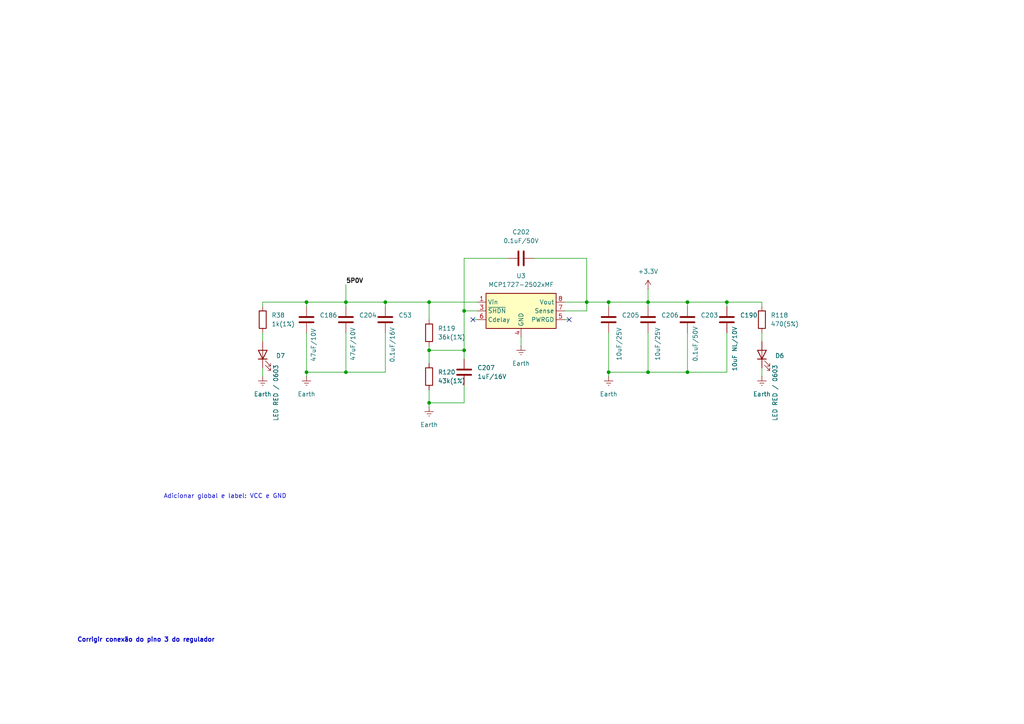
<source format=kicad_sch>
(kicad_sch (version 20231120) (generator "eeschema") (generator_version "8.0")
  (paper "A4")
  (title_block (title "FPGA - SmartFusion2") (company "IFSP - SBV, IFSP - GRU") (comment 2 "WILLIAN BUENO SANTOS") (comment 3 "ISRAEL RODRIGUES") (comment 4 "ADRIANO CÉSAR DE SOUSA PEREIRA"))
  (lib_symbols
    (symbol "Device:C" (pin_numbers hide) (pin_names (offset 0.254))
      (property "Reference" "C" (at 0.635 2.54 0))
      (property "Value" "C" (at 0.635 -2.54 0))
      (symbol "C_0_1"
        (polyline (pts (xy -2.032 -0.762) (xy 2.032 -0.762)) (stroke (width 0.508)))
        (polyline (pts (xy -2.032 0.762) (xy 2.032 0.762)) (stroke (width 0.508)))
      )
      (symbol "C_1_1"
        (pin passive line (at 0 3.81 270) (length 2.794) (name "~") (number "1"))
        (pin passive line (at 0 -3.81 90) (length 2.794) (name "~") (number "2"))
      )
    )
    (symbol "Device:LED" (pin_numbers hide) (pin_names (offset 1.016) hide)
      (property "Reference" "D" (at 0 2.54 0))
      (property "Value" "LED" (at 0 -2.54 0))
      (symbol "LED_0_1"
        (polyline (pts (xy -1.27 -1.27) (xy -1.27 1.27)) (stroke (width 0.254)))
        (polyline (pts (xy -1.27 0) (xy 1.27 0)))
        (polyline (pts (xy 1.27 -1.27) (xy 1.27 1.27) (xy -1.27 0) (xy 1.27 -1.27)) (stroke (width 0.254)))
        (polyline (pts (xy -3.048 -0.762) (xy -4.572 -2.286) (xy -3.81 -2.286) (xy -4.572 -2.286) (xy -4.572 -1.524)))
        (polyline (pts (xy -1.778 -0.762) (xy -3.302 -2.286) (xy -2.54 -2.286) (xy -3.302 -2.286) (xy -3.302 -1.524)))
      )
      (symbol "LED_1_1"
        (pin passive line (at -3.81 0 0) (length 2.54) (name "K") (number "1"))
        (pin passive line (at 3.81 0 180) (length 2.54) (name "A") (number "2"))
      )
    )
    (symbol "Device:R" (pin_numbers hide) (pin_names (offset 0))
      (property "Reference" "R" (at 2.032 0 90))
      (property "Value" "R" (at 0 0 90))
      (symbol "R_0_1"
        (rectangle (start -1.016 -2.54) (end 1.016 2.54) (stroke (width 0.254)))
      )
      (symbol "R_1_1"
        (pin passive line (at 0 3.81 270) (length 1.27) (name "~") (number "1"))
        (pin passive line (at 0 -3.81 90) (length 1.27) (name "~") (number "2"))
      )
    )
    (symbol "Regulator_Linear:MCP1727-2502xMF"
      (property "Reference" "U" (at -7.62 8.89 0))
      (property "Value" "MCP1727-2502xMF" (at 11.43 8.89 0))
      (symbol "MCP1727-2502xMF_0_0"
        (pin open_collector line (at 12.7 -2.54 180) (length 2.54) (name "PWRGD") (number "5"))
        (pin input line (at -12.7 -2.54 0) (length 2.54) (name "Cdelay") (number "6"))
        (pin input line (at 12.7 0 180) (length 2.54) (name "Sense") (number "7"))
        (pin power_out line (at 12.7 2.54 180) (length 2.54) (name "Vout") (number "8"))
      )
      (symbol "MCP1727-2502xMF_0_1"
        (rectangle (start -10.16 5.08) (end 10.16 -5.08) (stroke (width 0.254)) (fill (type background)))
      )
      (symbol "MCP1727-2502xMF_1_1"
        (pin power_in line (at -12.7 2.54 0) (length 2.54) (name "Vin") (number "1"))
        (pin passive line (at -12.7 2.54 0) (length 2.54) hide (name "Vin") (number "2"))
        (pin input line (at -12.7 0 0) (length 2.54) (name "~{SHDN}") (number "3"))
        (pin power_in line (at 0 -7.62 90) (length 2.54) (name "GND") (number "4"))
        (pin passive line (at 0 -7.62 90) (length 2.54) hide (name "GND") (number "9"))
      )
    )
    (symbol "power:+3.3V" (power) (pin_numbers hide) (pin_names (offset 0) hide)
      (property "Value" "+3.3V" (at 0 3.556 0))
      (symbol "+3.3V_0_1"
        (polyline (pts (xy -0.762 1.27) (xy 0 2.54)))
        (polyline (pts (xy 0 0) (xy 0 2.54)))
        (polyline (pts (xy 0 2.54) (xy 0.762 1.27)))
      )
      (symbol "+3.3V_1_1"
        (pin power_in line (at 0 0 90) (length 0) (name "~") (number "1"))
      )
    )
    (symbol "power:Earth" (power) (pin_numbers hide) (pin_names (offset 0) hide)
      (property "Value" "Earth" (at 0 -3.81 0))
      (symbol "Earth_0_1"
        (polyline (pts (xy -0.635 -1.905) (xy 0.635 -1.905)))
        (polyline (pts (xy -0.127 -2.54) (xy 0.127 -2.54)))
        (polyline (pts (xy 0 -1.27) (xy 0 0)))
        (polyline (pts (xy 1.27 -1.27) (xy -1.27 -1.27)))
      )
      (symbol "Earth_1_1"
        (pin power_in line (at 0 0 270) (length 0) (name "~") (number "1"))
      )
    )
  )
  (junction (at 199.39 107.95))
  (junction (at 176.53 87.63))
  (junction (at 124.46 116.84))
  (junction (at 88.9 107.95))
  (junction (at 176.53 107.95))
  (junction (at 170.18 87.63))
  (junction (at 88.9 87.63))
  (junction (at 187.96 107.95))
  (junction (at 187.96 87.63))
  (junction (at 134.62 101.6))
  (junction (at 210.82 87.63))
  (junction (at 100.33 87.63))
  (junction (at 199.39 87.63))
  (junction (at 124.46 87.63))
  (junction (at 124.46 101.6))
  (junction (at 100.33 107.95))
  (junction (at 134.62 90.17))
  (junction (at 111.76 87.63))
  (no_connect (at 137.16 92.71))
  (no_connect (at 165.1 92.71))
  (wire (pts (xy 111.76 96.52) (xy 111.76 107.95)))
  (wire (pts (xy 111.76 88.9) (xy 111.76 87.63)))
  (wire (pts (xy 147.32 74.93) (xy 134.62 74.93)))
  (wire (pts (xy 199.39 96.52) (xy 199.39 107.95)))
  (wire (pts (xy 111.76 87.63) (xy 100.33 87.63)))
  (wire (pts (xy 111.76 87.63) (xy 124.46 87.63)))
  (wire (pts (xy 210.82 96.52) (xy 210.82 107.95)))
  (wire (pts (xy 163.83 90.17) (xy 170.18 90.17)))
  (wire (pts (xy 134.62 116.84) (xy 124.46 116.84)))
  (wire (pts (xy 134.62 101.6) (xy 134.62 104.14)))
  (wire (pts (xy 134.62 90.17) (xy 134.62 101.6)))
  (wire (pts (xy 154.94 74.93) (xy 170.18 74.93)))
  (wire (pts (xy 76.2 87.63) (xy 88.9 87.63)))
  (wire (pts (xy 170.18 87.63) (xy 163.83 87.63)))
  (wire (pts (xy 124.46 113.03) (xy 124.46 116.84)))
  (wire (pts (xy 111.76 107.95) (xy 100.33 107.95)))
  (wire (pts (xy 210.82 107.95) (xy 199.39 107.95)))
  (wire (pts (xy 176.53 88.9) (xy 176.53 87.63)))
  (wire (pts (xy 88.9 87.63) (xy 88.9 88.9)))
  (wire (pts (xy 88.9 96.52) (xy 88.9 107.95)))
  (wire (pts (xy 134.62 74.93) (xy 134.62 90.17)))
  (wire (pts (xy 124.46 87.63) (xy 124.46 92.71)))
  (wire (pts (xy 220.98 87.63) (xy 210.82 87.63)))
  (wire (pts (xy 187.96 96.52) (xy 187.96 107.95)))
  (wire (pts (xy 76.2 96.52) (xy 76.2 99.06)))
  (wire (pts (xy 76.2 88.9) (xy 76.2 87.63)))
  (wire (pts (xy 199.39 87.63) (xy 210.82 87.63)))
  (wire (pts (xy 187.96 83.82) (xy 187.96 87.63)))
  (wire (pts (xy 138.43 87.63) (xy 124.46 87.63)))
  (wire (pts (xy 170.18 74.93) (xy 170.18 87.63)))
  (wire (pts (xy 100.33 82.55) (xy 100.33 87.63)))
  (wire (pts (xy 220.98 96.52) (xy 220.98 99.06)))
  (wire (pts (xy 176.53 107.95) (xy 176.53 109.22)))
  (wire (pts (xy 88.9 107.95) (xy 88.9 109.22)))
  (wire (pts (xy 137.16 92.71) (xy 138.43 92.71)))
  (wire (pts (xy 220.98 88.9) (xy 220.98 87.63)))
  (wire (pts (xy 187.96 87.63) (xy 199.39 87.63)))
  (wire (pts (xy 100.33 88.9) (xy 100.33 87.63)))
  (wire (pts (xy 76.2 106.68) (xy 76.2 109.22)))
  (wire (pts (xy 100.33 96.52) (xy 100.33 107.95)))
  (wire (pts (xy 199.39 107.95) (xy 187.96 107.95)))
  (wire (pts (xy 124.46 105.41) (xy 124.46 101.6)))
  (wire (pts (xy 138.43 90.17) (xy 134.62 90.17)))
  (wire (pts (xy 187.96 88.9) (xy 187.96 87.63)))
  (wire (pts (xy 176.53 87.63) (xy 187.96 87.63)))
  (wire (pts (xy 170.18 87.63) (xy 176.53 87.63)))
  (wire (pts (xy 210.82 88.9) (xy 210.82 87.63)))
  (wire (pts (xy 199.39 88.9) (xy 199.39 87.63)))
  (wire (pts (xy 176.53 96.52) (xy 176.53 107.95)))
  (wire (pts (xy 100.33 107.95) (xy 88.9 107.95)))
  (wire (pts (xy 134.62 111.76) (xy 134.62 116.84)))
  (wire (pts (xy 151.13 97.79) (xy 151.13 100.33)))
  (wire (pts (xy 220.98 106.68) (xy 220.98 109.22)))
  (wire (pts (xy 170.18 90.17) (xy 170.18 87.63)))
  (wire (pts (xy 124.46 101.6) (xy 134.62 101.6)))
  (wire (pts (xy 124.46 116.84) (xy 124.46 118.11)))
  (wire (pts (xy 163.83 92.71) (xy 165.1 92.71)))
  (wire (pts (xy 124.46 100.33) (xy 124.46 101.6)))
  (wire (pts (xy 187.96 107.95) (xy 176.53 107.95)))
  (wire (pts (xy 100.33 87.63) (xy 88.9 87.63)))
  (text "Corrigir conexão do pino 3 do regulador" (at 22.352 185.674 0) (effects (font (size 1.27 1.27) (thickness 0.254) (bold yes)) (justify left)))
  (text "Adicionar global e label: VCC e GND" (at 65.278 144.018 0) (effects (font (size 1.27 1.27))))
  (label "5P0V" (at 100.33 82.55 0) (effects (font (bold yes))))
  (symbol (lib_id "power:Earth") (at 220.98 109.22 0) (unit 1)
    (property "Reference" "#PWR06" (effects (hide yes)))
    (property "Value" "Earth" (at 220.98 114.3 0))
    (property "Description" "Power symbol creates a global label with name \"Earth\"" (effects (hide yes)))
  )
  (symbol (lib_id "Device:C") (at 187.96 92.71 0) (unit 1)
    (property "Reference" "C206" (at 191.77 91.4399 0) (effects (justify left)))
    (property "Value" "10uF/25V" (at 190.754 104.648 90) (effects (justify left)))
    (property "Footprint" "Capacitor_SMD:C_0805_2012Metric" (effects (hide yes)))
    (property "Description" "Unpolarized capacitor" (effects (hide yes)))
  )
  (symbol (lib_id "power:Earth") (at 76.2 109.22 0) (unit 1)
    (property "Reference" "#PWR01" (effects (hide yes)))
    (property "Value" "Earth" (at 76.2 114.3 0))
    (property "Description" "Power symbol creates a global label with name \"Earth\"" (effects (hide yes)))
  )
  (symbol (lib_id "power:+3.3V") (at 187.96 83.82 0) (unit 1)
    (property "Reference" "#PWR019" (effects (hide yes)))
    (property "Value" "+3.3V" (at 187.96 78.74 0))
    (property "Description" "Power symbol creates a global label with name \"+3.3V\"" (effects (hide yes)))
  )
  (symbol (lib_id "power:Earth") (at 176.53 109.22 0) (unit 1)
    (property "Reference" "#PWR04" (effects (hide yes)))
    (property "Value" "Earth" (at 176.53 114.3 0))
    (property "Description" "Power symbol creates a global label with name \"Earth\"" (effects (hide yes)))
  )
  (symbol (lib_id "Device:C") (at 210.82 92.71 0) (unit 1)
    (property "Reference" "C190" (at 214.63 91.4399 0) (effects (justify left)))
    (property "Value" "10uF NL/10V" (at 213.106 107.696 90) (effects (justify left)))
    (property "Footprint" "Capacitor_SMD:C_0805_2012Metric" (effects (hide yes)))
    (property "Description" "Unpolarized capacitor" (effects (hide yes)))
  )
  (symbol (lib_id "Regulator_Linear:MCP1727-2502xMF") (at 151.13 90.17 0) (unit 1)
    (property "Reference" "U3" (at 151.13 80.01 0))
    (property "Value" "MCP1727-2502xMF" (at 151.13 82.55 0))
    (property "Footprint" "Package_DFN_QFN:DFN-8-1EP_3x3mm_P0.65mm_EP1.55x2.4mm" (effects (hide yes)))
    (property "Datasheet" "https://ww1.microchip.com/downloads/aemtest/APID/ProductDocuments/DataSheets/MCP1727-1.5A-Low-Voltage-Low-Quiescent-Current-LDO-Regulator-20001999D.pdf" (effects (hide yes)))
    (property "Description" "1.5A, Low Voltage, Low Quiescent Current LDO Regulator, 2.3 - 6V Input, Fixed 2.5V Output, 330mV Dropout, DFN-8" (effects (hide yes)))
  )
  (symbol (lib_id "Device:C") (at 134.62 107.95 0) (unit 1)
    (property "Reference" "C207" (at 138.43 106.6799 0) (effects (justify left)))
    (property "Value" "1uF/16V" (at 138.43 109.2199 0) (effects (justify left)))
    (property "Footprint" "Capacitor_SMD:C_0603_1608Metric" (effects (hide yes)))
    (property "Description" "Unpolarized capacitor" (effects (hide yes)))
  )
  (symbol (lib_id "Device:C") (at 151.13 74.93 90) (unit 1)
    (property "Reference" "C202" (at 151.13 67.31 90))
    (property "Value" "0.1uF/50V" (at 151.13 69.85 90))
    (property "Footprint" "Capacitor_SMD:C_0603_1608Metric" (effects (hide yes)))
    (property "Description" "Unpolarized capacitor" (effects (hide yes)))
  )
  (symbol (lib_id "Device:R") (at 76.2 92.71 0) (unit 1)
    (property "Reference" "R38" (at 78.74 91.4399 0) (effects (justify left)))
    (property "Value" "1k(1%)" (at 78.74 93.9799 0) (effects (justify left)))
    (property "Footprint" "Resistor_SMD:R_0402_1005Metric" (effects (hide yes)))
    (property "Description" "Resistor" (effects (hide yes)))
  )
  (symbol (lib_id "power:Earth") (at 88.9 109.22 0) (unit 1)
    (property "Reference" "#PWR02" (effects (hide yes)))
    (property "Value" "Earth" (at 88.9 114.3 0))
    (property "Description" "Power symbol creates a global label with name \"Earth\"" (effects (hide yes)))
  )
  (symbol (lib_id "Device:C") (at 88.9 92.71 0) (unit 1)
    (property "Reference" "C186" (at 92.71 91.4399 0) (effects (justify left)))
    (property "Value" "47uF/10V" (at 90.932 104.902 90) (effects (justify left)))
    (property "Footprint" "Capacitor_SMD:C_0805_2012Metric" (effects (hide yes)))
    (property "Description" "Unpolarized capacitor" (effects (hide yes)))
  )
  (symbol (lib_id "Device:R") (at 124.46 96.52 0) (unit 1)
    (property "Reference" "R119" (at 127 95.2499 0) (effects (justify left)))
    (property "Value" "36k(1%)" (at 127 97.7899 0) (effects (justify left)))
    (property "Footprint" "Resistor_SMD:R_0603_1608Metric" (effects (hide yes)))
    (property "Description" "Resistor" (effects (hide yes)))
  )
  (symbol (lib_id "Device:C") (at 111.76 92.71 0) (unit 1)
    (property "Reference" "C53" (at 115.57 91.4399 0) (effects (justify left)))
    (property "Value" "0.1uF/16V" (at 113.792 105.156 90) (effects (justify left)))
    (property "Footprint" "Capacitor_SMD:C_0402_1005Metric" (effects (hide yes)))
    (property "Description" "Unpolarized capacitor" (effects (hide yes)))
  )
  (symbol (lib_id "Device:C") (at 199.39 92.71 0) (unit 1)
    (property "Reference" "C203" (at 203.2 91.4399 0) (effects (justify left)))
    (property "Value" "0.1uF/50V" (at 201.676 104.902 90) (effects (justify left)))
    (property "Footprint" "Capacitor_SMD:C_0603_1608Metric" (effects (hide yes)))
    (property "Description" "Unpolarized capacitor" (effects (hide yes)))
  )
  (symbol (lib_id "Device:LED") (at 76.2 102.87 90) (unit 1)
    (property "Reference" "D7" (at 80.01 103.1874 90) (effects (justify right)))
    (property "Value" "LED RED / 0603" (at 80.01 105.7274 0) (effects (justify right)))
    (property "Footprint" "LED_SMD:LED_0603_1608Metric" (effects (hide yes)))
    (property "Datasheet" "https://look.ams-osram.com/m/1a7835c3b65b6351/original/LS-Q976-01.pdf" (effects (hide yes)))
    (property "Description" "Light emitting diode" (effects (hide yes)))
  )
  (symbol (lib_id "power:Earth") (at 124.46 118.11 0) (unit 1)
    (property "Reference" "#PWR05" (effects (hide yes)))
    (property "Value" "Earth" (at 124.46 123.19 0))
    (property "Description" "Power symbol creates a global label with name \"Earth\"" (effects (hide yes)))
  )
  (symbol (lib_id "Device:C") (at 176.53 92.71 0) (unit 1)
    (property "Reference" "C205" (at 180.34 91.4399 0) (effects (justify left)))
    (property "Value" "10uF/25V" (at 179.578 104.648 90) (effects (justify left)))
    (property "Footprint" "Capacitor_SMD:C_0805_2012Metric" (effects (hide yes)))
    (property "Description" "Unpolarized capacitor" (effects (hide yes)))
  )
  (symbol (lib_id "Device:R") (at 220.98 92.71 0) (unit 1)
    (property "Reference" "R118" (at 223.52 91.4399 0) (effects (justify left)))
    (property "Value" "470(5%)		" (at 223.52 93.9799 0) (effects (justify left)))
    (property "Footprint" "Resistor_SMD:R_0402_1005Metric" (effects (hide yes)))
    (property "Description" "Resistor" (effects (hide yes)))
    (property " " "5%" (effects (hide yes)))
  )
  (symbol (lib_id "power:Earth") (at 151.13 100.33 0) (unit 1)
    (property "Reference" "#PWR03" (effects (hide yes)))
    (property "Value" "Earth" (at 151.13 105.41 0))
    (property "Description" "Power symbol creates a global label with name \"Earth\"" (effects (hide yes)))
  )
  (symbol (lib_id "Device:LED") (at 220.98 102.87 90) (unit 1)
    (property "Reference" "D6" (at 224.79 103.1874 90) (effects (justify right)))
    (property "Value" "LED RED / 0603" (at 224.79 105.7274 0) (effects (justify right)))
    (property "Footprint" "LED_SMD:LED_0603_1608Metric" (effects (hide yes)))
    (property "Description" "Light emitting diode" (effects (hide yes)))
  )
  (symbol (lib_id "Device:R") (at 124.46 109.22 0) (unit 1)
    (property "Reference" "R120" (at 127 107.9499 0) (effects (justify left)))
    (property "Value" "43k(1%)" (at 127 110.4899 0) (effects (justify left)))
    (property "Footprint" "Resistor_SMD:R_0603_1608Metric" (effects (hide yes)))
    (property "Description" "Resistor" (effects (hide yes)))
  )
  (symbol (lib_id "Device:C") (at 100.33 92.71 0) (unit 1)
    (property "Reference" "C204" (at 104.14 91.4399 0) (effects (justify left)))
    (property "Value" "47uF/10V" (at 102.362 104.648 90) (effects (justify left)))
    (property "Footprint" "Capacitor_SMD:C_0805_2012Metric" (effects (hide yes)))
    (property "Description" "Unpolarized capacitor" (effects (hide yes)))
  )
)
</source>
